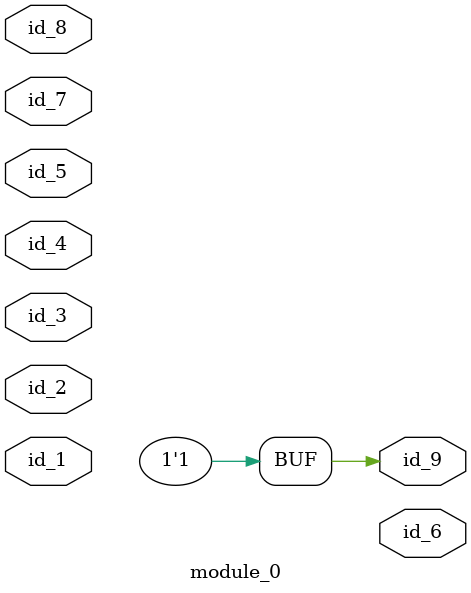
<source format=v>
module module_0 (
    id_1,
    id_2,
    id_3,
    id_4,
    id_5,
    id_6,
    id_7,
    id_8,
    id_9
);
  output id_9;
  inout id_8;
  input id_7;
  output id_6;
  input id_5;
  inout id_4;
  input id_3;
  input id_2;
  input id_1;
  assign id_9 = 1;
endmodule

</source>
